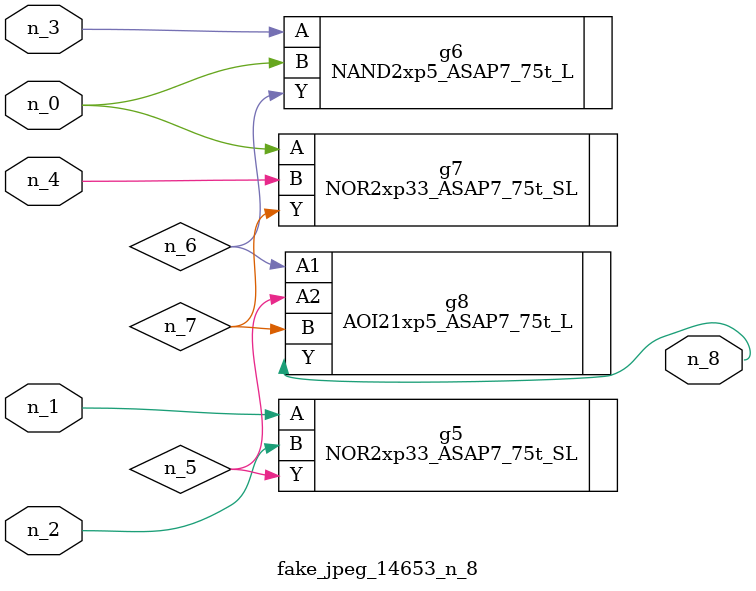
<source format=v>
module fake_jpeg_14653_n_8 (n_3, n_2, n_1, n_0, n_4, n_8);

input n_3;
input n_2;
input n_1;
input n_0;
input n_4;

output n_8;

wire n_6;
wire n_5;
wire n_7;

NOR2xp33_ASAP7_75t_SL g5 ( 
.A(n_1),
.B(n_2),
.Y(n_5)
);

NAND2xp5_ASAP7_75t_L g6 ( 
.A(n_3),
.B(n_0),
.Y(n_6)
);

NOR2xp33_ASAP7_75t_SL g7 ( 
.A(n_0),
.B(n_4),
.Y(n_7)
);

AOI21xp5_ASAP7_75t_L g8 ( 
.A1(n_6),
.A2(n_5),
.B(n_7),
.Y(n_8)
);


endmodule
</source>
